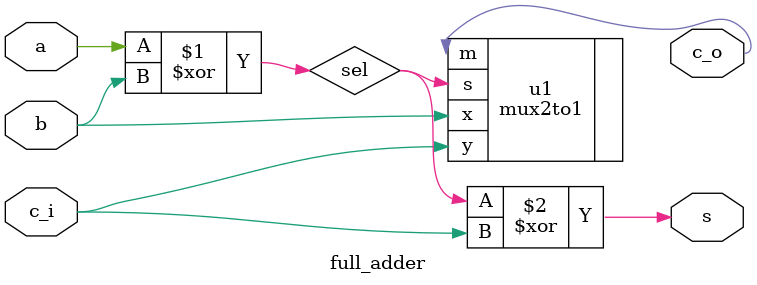
<source format=v>
`timescale 1ns / 1ns // `timescale time_unit/time_precision

module full_adder(a, b, c_i, s, c_o,);
    input a, b, c_i;
    output c_o, s;
    wire sel;

    assign sel = a^b;
    assign s = sel^c_i;

    mux2to1 u1(.x(b), .y(c_i), .s(sel), .m(c_o));
endmodule

</source>
